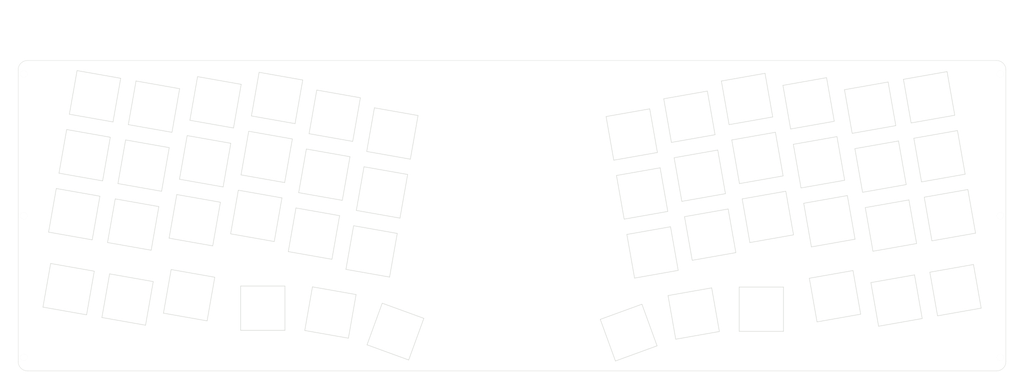
<source format=kicad_pcb>
(kicad_pcb (version 20171130) (host pcbnew "(5.1.10)-1")

  (general
    (thickness 1.6)
    (drawings 50)
    (tracks 0)
    (zones 0)
    (modules 64)
    (nets 1)
  )

  (page A3)
  (layers
    (0 F.Cu signal)
    (31 B.Cu signal)
    (32 B.Adhes user)
    (33 F.Adhes user)
    (34 B.Paste user)
    (35 F.Paste user)
    (36 B.SilkS user)
    (37 F.SilkS user)
    (38 B.Mask user)
    (39 F.Mask user)
    (40 Dwgs.User user)
    (41 Cmts.User user)
    (42 Eco1.User user)
    (43 Eco2.User user)
    (44 Edge.Cuts user)
    (45 Margin user)
    (46 B.CrtYd user)
    (47 F.CrtYd user)
    (48 B.Fab user)
    (49 F.Fab user)
  )

  (setup
    (last_trace_width 0.25)
    (user_trace_width 0.5)
    (user_trace_width 0.5)
    (trace_clearance 0.2)
    (zone_clearance 0.508)
    (zone_45_only no)
    (trace_min 0.2)
    (via_size 0.8)
    (via_drill 0.4)
    (via_min_size 0.4)
    (via_min_drill 0.3)
    (uvia_size 0.3)
    (uvia_drill 0.1)
    (uvias_allowed no)
    (uvia_min_size 0.2)
    (uvia_min_drill 0.1)
    (edge_width 0.1)
    (segment_width 0.2)
    (pcb_text_width 0.3)
    (pcb_text_size 1.5 1.5)
    (mod_edge_width 0.15)
    (mod_text_size 1 1)
    (mod_text_width 0.15)
    (pad_size 2.2 2.2)
    (pad_drill 2.2)
    (pad_to_mask_clearance 0)
    (aux_axis_origin 0 0)
    (visible_elements 7FFFFFFF)
    (pcbplotparams
      (layerselection 0x01000_7ffffffe)
      (usegerberextensions true)
      (usegerberattributes false)
      (usegerberadvancedattributes false)
      (creategerberjobfile false)
      (excludeedgelayer true)
      (linewidth 0.100000)
      (plotframeref false)
      (viasonmask false)
      (mode 1)
      (useauxorigin false)
      (hpglpennumber 1)
      (hpglpenspeed 20)
      (hpglpendiameter 15.000000)
      (psnegative false)
      (psa4output false)
      (plotreference true)
      (plotvalue true)
      (plotinvisibletext false)
      (padsonsilk false)
      (subtractmaskfromsilk false)
      (outputformat 4)
      (mirror false)
      (drillshape 0)
      (scaleselection 1)
      (outputdirectory "C:/Users/サリチル酸/Desktop/"))
  )

  (net 0 "")

  (net_class Default "これはデフォルトのネット クラスです。"
    (clearance 0.2)
    (trace_width 0.25)
    (via_dia 0.8)
    (via_drill 0.4)
    (uvia_dia 0.3)
    (uvia_drill 0.1)
  )

  (module kbd_SW_Hole:SW_Hole_1u (layer F.Cu) (tedit 60F58A59) (tstamp 61C916B7)
    (at 274.23727 92.271079 10)
    (path /5C3DCE96)
    (fp_text reference SW40 (at 7 8.1 10) (layer F.SilkS) hide
      (effects (font (size 1 1) (thickness 0.15)))
    )
    (fp_text value SW_PUSH (at -7.4 -8.1 10) (layer F.Fab) hide
      (effects (font (size 1 1) (thickness 0.15)))
    )
    (fp_line (start 9.525 9.525) (end 9.525 -9.525) (layer F.Fab) (width 0.15))
    (fp_line (start -9.525 9.525) (end 9.525 9.525) (layer F.Fab) (width 0.15))
    (fp_line (start -9.525 -9.525) (end -9.525 9.525) (layer F.Fab) (width 0.15))
    (fp_line (start 9.525 -9.525) (end -9.525 -9.525) (layer F.Fab) (width 0.15))
    (fp_line (start -7.05 7.05) (end -7.05 -7.05) (layer Edge.Cuts) (width 0.15))
    (fp_line (start 7.05 7.05) (end -7.05 7.05) (layer Edge.Cuts) (width 0.15))
    (fp_line (start 7.05 -7.05) (end 7.05 7.05) (layer Edge.Cuts) (width 0.15))
    (fp_line (start -7.05 -7.05) (end 7.05 -7.05) (layer Edge.Cuts) (width 0.15))
  )

  (module kbd_SW_Hole:SW_Hole_1u (layer F.Cu) (tedit 60F58A59) (tstamp 61C91695)
    (at 293.824857 93.653228 10)
    (path /5C3DCE96)
    (fp_text reference SW44 (at 7 8.1 10) (layer F.SilkS) hide
      (effects (font (size 1 1) (thickness 0.15)))
    )
    (fp_text value SW_PUSH (at -7.4 -8.1 10) (layer F.Fab) hide
      (effects (font (size 1 1) (thickness 0.15)))
    )
    (fp_line (start -7.05 -7.05) (end 7.05 -7.05) (layer Edge.Cuts) (width 0.15))
    (fp_line (start 7.05 -7.05) (end 7.05 7.05) (layer Edge.Cuts) (width 0.15))
    (fp_line (start 7.05 7.05) (end -7.05 7.05) (layer Edge.Cuts) (width 0.15))
    (fp_line (start -7.05 7.05) (end -7.05 -7.05) (layer Edge.Cuts) (width 0.15))
    (fp_line (start 9.525 -9.525) (end -9.525 -9.525) (layer F.Fab) (width 0.15))
    (fp_line (start -9.525 -9.525) (end -9.525 9.525) (layer F.Fab) (width 0.15))
    (fp_line (start -9.525 9.525) (end 9.525 9.525) (layer F.Fab) (width 0.15))
    (fp_line (start 9.525 9.525) (end 9.525 -9.525) (layer F.Fab) (width 0.15))
  )

  (module kbd_SW_Hole:SW_Hole_1u (layer F.Cu) (tedit 60F58A59) (tstamp 61C9168A)
    (at 312.585445 90.34523 10)
    (path /5C3DCE96)
    (fp_text reference SW48 (at 7 8.1 10) (layer F.SilkS) hide
      (effects (font (size 1 1) (thickness 0.15)))
    )
    (fp_text value SW_PUSH (at -7.4 -8.1 10) (layer F.Fab) hide
      (effects (font (size 1 1) (thickness 0.15)))
    )
    (fp_line (start -7.05 -7.05) (end 7.05 -7.05) (layer Edge.Cuts) (width 0.15))
    (fp_line (start 7.05 -7.05) (end 7.05 7.05) (layer Edge.Cuts) (width 0.15))
    (fp_line (start 7.05 7.05) (end -7.05 7.05) (layer Edge.Cuts) (width 0.15))
    (fp_line (start -7.05 7.05) (end -7.05 -7.05) (layer Edge.Cuts) (width 0.15))
    (fp_line (start 9.525 -9.525) (end -9.525 -9.525) (layer F.Fab) (width 0.15))
    (fp_line (start -9.525 -9.525) (end -9.525 9.525) (layer F.Fab) (width 0.15))
    (fp_line (start -9.525 9.525) (end 9.525 9.525) (layer F.Fab) (width 0.15))
    (fp_line (start 9.525 9.525) (end 9.525 -9.525) (layer F.Fab) (width 0.15))
  )

  (module kbd_SW_Hole:SW_Hole_1u (layer F.Cu) (tedit 60F58A59) (tstamp 61C9163B)
    (at 49.099423 93.331552 350)
    (path /5C3DCE96)
    (fp_text reference SW8 (at 7 8.1 170) (layer F.SilkS) hide
      (effects (font (size 1 1) (thickness 0.15)))
    )
    (fp_text value SW_PUSH (at -7.4 -8.1 170) (layer F.Fab) hide
      (effects (font (size 1 1) (thickness 0.15)))
    )
    (fp_line (start 9.525 9.525) (end 9.525 -9.525) (layer F.Fab) (width 0.15))
    (fp_line (start -9.525 9.525) (end 9.525 9.525) (layer F.Fab) (width 0.15))
    (fp_line (start -9.525 -9.525) (end -9.525 9.525) (layer F.Fab) (width 0.15))
    (fp_line (start 9.525 -9.525) (end -9.525 -9.525) (layer F.Fab) (width 0.15))
    (fp_line (start -7.05 7.05) (end -7.05 -7.05) (layer Edge.Cuts) (width 0.15))
    (fp_line (start 7.05 7.05) (end -7.05 7.05) (layer Edge.Cuts) (width 0.15))
    (fp_line (start 7.05 -7.05) (end 7.05 7.05) (layer Edge.Cuts) (width 0.15))
    (fp_line (start -7.05 -7.05) (end 7.05 -7.05) (layer Edge.Cuts) (width 0.15))
  )

  (module kbd_SW_Hole:SW_Hole_1u (layer F.Cu) (tedit 60F58A59) (tstamp 61C91630)
    (at 30.338835 90.023553 350)
    (path /5C3DCE96)
    (fp_text reference SW4 (at 7 8.1 170) (layer F.SilkS) hide
      (effects (font (size 1 1) (thickness 0.15)))
    )
    (fp_text value SW_PUSH (at -7.4 -8.1 170) (layer F.Fab) hide
      (effects (font (size 1 1) (thickness 0.15)))
    )
    (fp_line (start 9.525 9.525) (end 9.525 -9.525) (layer F.Fab) (width 0.15))
    (fp_line (start -9.525 9.525) (end 9.525 9.525) (layer F.Fab) (width 0.15))
    (fp_line (start -9.525 -9.525) (end -9.525 9.525) (layer F.Fab) (width 0.15))
    (fp_line (start 9.525 -9.525) (end -9.525 -9.525) (layer F.Fab) (width 0.15))
    (fp_line (start -7.05 7.05) (end -7.05 -7.05) (layer Edge.Cuts) (width 0.15))
    (fp_line (start 7.05 7.05) (end -7.05 7.05) (layer Edge.Cuts) (width 0.15))
    (fp_line (start 7.05 -7.05) (end 7.05 7.05) (layer Edge.Cuts) (width 0.15))
    (fp_line (start -7.05 -7.05) (end 7.05 -7.05) (layer Edge.Cuts) (width 0.15))
  )

  (module kbd_SW_Hole:SW_Hole_1u (layer F.Cu) (tedit 60F58A59) (tstamp 61C91625)
    (at 68.68701 91.949403 350)
    (path /5C3DCE96)
    (fp_text reference SW12 (at 7 8.1 170) (layer F.SilkS) hide
      (effects (font (size 1 1) (thickness 0.15)))
    )
    (fp_text value SW_PUSH (at -7.4 -8.1 170) (layer F.Fab) hide
      (effects (font (size 1 1) (thickness 0.15)))
    )
    (fp_line (start 9.525 9.525) (end 9.525 -9.525) (layer F.Fab) (width 0.15))
    (fp_line (start -9.525 9.525) (end 9.525 9.525) (layer F.Fab) (width 0.15))
    (fp_line (start -9.525 -9.525) (end -9.525 9.525) (layer F.Fab) (width 0.15))
    (fp_line (start 9.525 -9.525) (end -9.525 -9.525) (layer F.Fab) (width 0.15))
    (fp_line (start -7.05 7.05) (end -7.05 -7.05) (layer Edge.Cuts) (width 0.15))
    (fp_line (start 7.05 7.05) (end -7.05 7.05) (layer Edge.Cuts) (width 0.15))
    (fp_line (start 7.05 -7.05) (end 7.05 7.05) (layer Edge.Cuts) (width 0.15))
    (fp_line (start -7.05 -7.05) (end 7.05 -7.05) (layer Edge.Cuts) (width 0.15))
  )

  (module kbd_SW_Hole:SW_Hole_1u (layer F.Cu) (tedit 60F58A59) (tstamp 61C90190)
    (at 229.267375 97.7825 10)
    (path /5C3DCE96)
    (fp_text reference SW32 (at 7 8.1 10) (layer F.SilkS) hide
      (effects (font (size 1 1) (thickness 0.15)))
    )
    (fp_text value SW_PUSH (at -7.4 -8.1 10) (layer F.Fab) hide
      (effects (font (size 1 1) (thickness 0.15)))
    )
    (fp_line (start -7.05 -7.05) (end 7.05 -7.05) (layer Edge.Cuts) (width 0.15))
    (fp_line (start 7.05 -7.05) (end 7.05 7.05) (layer Edge.Cuts) (width 0.15))
    (fp_line (start 7.05 7.05) (end -7.05 7.05) (layer Edge.Cuts) (width 0.15))
    (fp_line (start -7.05 7.05) (end -7.05 -7.05) (layer Edge.Cuts) (width 0.15))
    (fp_line (start 9.525 -9.525) (end -9.525 -9.525) (layer F.Fab) (width 0.15))
    (fp_line (start -9.525 -9.525) (end -9.525 9.525) (layer F.Fab) (width 0.15))
    (fp_line (start -9.525 9.525) (end 9.525 9.525) (layer F.Fab) (width 0.15))
    (fp_line (start 9.525 9.525) (end 9.525 -9.525) (layer F.Fab) (width 0.15))
  )

  (module kbd_SW_Hole:SW_Hole_1u (layer F.Cu) (tedit 60F58A59) (tstamp 61C9016F)
    (at 250.786535 96.406076)
    (path /5C3DCE96)
    (fp_text reference SW36 (at 7 8.1) (layer F.SilkS) hide
      (effects (font (size 1 1) (thickness 0.15)))
    )
    (fp_text value SW_PUSH (at -7.4 -8.1) (layer F.Fab) hide
      (effects (font (size 1 1) (thickness 0.15)))
    )
    (fp_line (start -7.05 -7.05) (end 7.05 -7.05) (layer Edge.Cuts) (width 0.15))
    (fp_line (start 7.05 -7.05) (end 7.05 7.05) (layer Edge.Cuts) (width 0.15))
    (fp_line (start 7.05 7.05) (end -7.05 7.05) (layer Edge.Cuts) (width 0.15))
    (fp_line (start -7.05 7.05) (end -7.05 -7.05) (layer Edge.Cuts) (width 0.15))
    (fp_line (start 9.525 -9.525) (end -9.525 -9.525) (layer F.Fab) (width 0.15))
    (fp_line (start -9.525 -9.525) (end -9.525 9.525) (layer F.Fab) (width 0.15))
    (fp_line (start -9.525 9.525) (end 9.525 9.525) (layer F.Fab) (width 0.15))
    (fp_line (start 9.525 9.525) (end 9.525 -9.525) (layer F.Fab) (width 0.15))
  )

  (module kbd_SW_Hole:SW_Hole_1u (layer F.Cu) (tedit 60F58A59) (tstamp 61C90164)
    (at 208.575213 103.849071 20)
    (path /5C3DCE96)
    (fp_text reference SW28 (at 7 8.1 20) (layer F.SilkS) hide
      (effects (font (size 1 1) (thickness 0.15)))
    )
    (fp_text value SW_PUSH (at -7.4 -8.1 20) (layer F.Fab) hide
      (effects (font (size 1 1) (thickness 0.15)))
    )
    (fp_line (start -7.05 -7.05) (end 7.05 -7.05) (layer Edge.Cuts) (width 0.15))
    (fp_line (start 7.05 -7.05) (end 7.05 7.05) (layer Edge.Cuts) (width 0.15))
    (fp_line (start 7.05 7.05) (end -7.05 7.05) (layer Edge.Cuts) (width 0.15))
    (fp_line (start -7.05 7.05) (end -7.05 -7.05) (layer Edge.Cuts) (width 0.15))
    (fp_line (start 9.525 -9.525) (end -9.525 -9.525) (layer F.Fab) (width 0.15))
    (fp_line (start -9.525 -9.525) (end -9.525 9.525) (layer F.Fab) (width 0.15))
    (fp_line (start -9.525 9.525) (end 9.525 9.525) (layer F.Fab) (width 0.15))
    (fp_line (start 9.525 9.525) (end 9.525 -9.525) (layer F.Fab) (width 0.15))
  )

  (module kbd_SW_Hole:SW_Hole_1u (layer F.Cu) (tedit 60F58A59) (tstamp 61C9010C)
    (at 234.512671 72.677766 10)
    (path /5C3DCE96)
    (fp_text reference SW31 (at 7 8.1 10) (layer F.SilkS) hide
      (effects (font (size 1 1) (thickness 0.15)))
    )
    (fp_text value SW_PUSH (at -7.4 -8.1 10) (layer F.Fab) hide
      (effects (font (size 1 1) (thickness 0.15)))
    )
    (fp_line (start 9.525 9.525) (end 9.525 -9.525) (layer F.Fab) (width 0.15))
    (fp_line (start -9.525 9.525) (end 9.525 9.525) (layer F.Fab) (width 0.15))
    (fp_line (start -9.525 -9.525) (end -9.525 9.525) (layer F.Fab) (width 0.15))
    (fp_line (start 9.525 -9.525) (end -9.525 -9.525) (layer F.Fab) (width 0.15))
    (fp_line (start -7.05 7.05) (end -7.05 -7.05) (layer Edge.Cuts) (width 0.15))
    (fp_line (start 7.05 7.05) (end -7.05 7.05) (layer Edge.Cuts) (width 0.15))
    (fp_line (start 7.05 -7.05) (end 7.05 7.05) (layer Edge.Cuts) (width 0.15))
    (fp_line (start -7.05 -7.05) (end 7.05 -7.05) (layer Edge.Cuts) (width 0.15))
  )

  (module kbd_SW_Hole:SW_Hole_1u (layer F.Cu) (tedit 60F58A59) (tstamp 61C90101)
    (at 272.447346 68.406844 10)
    (path /5C3DCE96)
    (fp_text reference SW39 (at 7 8.1 10) (layer F.SilkS) hide
      (effects (font (size 1 1) (thickness 0.15)))
    )
    (fp_text value SW_PUSH (at -7.4 -8.1 10) (layer F.Fab) hide
      (effects (font (size 1 1) (thickness 0.15)))
    )
    (fp_line (start 9.525 9.525) (end 9.525 -9.525) (layer F.Fab) (width 0.15))
    (fp_line (start -9.525 9.525) (end 9.525 9.525) (layer F.Fab) (width 0.15))
    (fp_line (start -9.525 -9.525) (end -9.525 9.525) (layer F.Fab) (width 0.15))
    (fp_line (start 9.525 -9.525) (end -9.525 -9.525) (layer F.Fab) (width 0.15))
    (fp_line (start -7.05 7.05) (end -7.05 -7.05) (layer Edge.Cuts) (width 0.15))
    (fp_line (start 7.05 7.05) (end -7.05 7.05) (layer Edge.Cuts) (width 0.15))
    (fp_line (start 7.05 -7.05) (end 7.05 7.05) (layer Edge.Cuts) (width 0.15))
    (fp_line (start -7.05 -7.05) (end 7.05 -7.05) (layer Edge.Cuts) (width 0.15))
  )

  (module kbd_SW_Hole:SW_Hole_1u (layer F.Cu) (tedit 60F58A59) (tstamp 61C900F6)
    (at 292.034933 69.788993 10)
    (path /5C3DCE96)
    (fp_text reference SW43 (at 7 8.1 10) (layer F.SilkS) hide
      (effects (font (size 1 1) (thickness 0.15)))
    )
    (fp_text value SW_PUSH (at -7.4 -8.1 10) (layer F.Fab) hide
      (effects (font (size 1 1) (thickness 0.15)))
    )
    (fp_line (start 9.525 9.525) (end 9.525 -9.525) (layer F.Fab) (width 0.15))
    (fp_line (start -9.525 9.525) (end 9.525 9.525) (layer F.Fab) (width 0.15))
    (fp_line (start -9.525 -9.525) (end -9.525 9.525) (layer F.Fab) (width 0.15))
    (fp_line (start 9.525 -9.525) (end -9.525 -9.525) (layer F.Fab) (width 0.15))
    (fp_line (start -7.05 7.05) (end -7.05 -7.05) (layer Edge.Cuts) (width 0.15))
    (fp_line (start 7.05 7.05) (end -7.05 7.05) (layer Edge.Cuts) (width 0.15))
    (fp_line (start 7.05 -7.05) (end 7.05 7.05) (layer Edge.Cuts) (width 0.15))
    (fp_line (start -7.05 -7.05) (end 7.05 -7.05) (layer Edge.Cuts) (width 0.15))
  )

  (module kbd_SW_Hole:SW_Hole_1u (layer F.Cu) (tedit 60F58A59) (tstamp 61C900EB)
    (at 252.859759 67.024695 10)
    (path /5C3DCE96)
    (fp_text reference SW35 (at 7 8.1 10) (layer F.SilkS) hide
      (effects (font (size 1 1) (thickness 0.15)))
    )
    (fp_text value SW_PUSH (at -7.4 -8.1 10) (layer F.Fab) hide
      (effects (font (size 1 1) (thickness 0.15)))
    )
    (fp_line (start 9.525 9.525) (end 9.525 -9.525) (layer F.Fab) (width 0.15))
    (fp_line (start -9.525 9.525) (end 9.525 9.525) (layer F.Fab) (width 0.15))
    (fp_line (start -9.525 -9.525) (end -9.525 9.525) (layer F.Fab) (width 0.15))
    (fp_line (start 9.525 -9.525) (end -9.525 -9.525) (layer F.Fab) (width 0.15))
    (fp_line (start -7.05 7.05) (end -7.05 -7.05) (layer Edge.Cuts) (width 0.15))
    (fp_line (start 7.05 7.05) (end -7.05 7.05) (layer Edge.Cuts) (width 0.15))
    (fp_line (start 7.05 -7.05) (end 7.05 7.05) (layer Edge.Cuts) (width 0.15))
    (fp_line (start -7.05 -7.05) (end 7.05 -7.05) (layer Edge.Cuts) (width 0.15))
  )

  (module kbd_SW_Hole:SW_Hole_1u (layer F.Cu) (tedit 60F58A59) (tstamp 61C900E0)
    (at 216.165583 78.330838 10)
    (path /5C3DCE96)
    (fp_text reference SW27 (at 7 8.1 10) (layer F.SilkS) hide
      (effects (font (size 1 1) (thickness 0.15)))
    )
    (fp_text value SW_PUSH (at -7.4 -8.1 10) (layer F.Fab) hide
      (effects (font (size 1 1) (thickness 0.15)))
    )
    (fp_line (start 9.525 9.525) (end 9.525 -9.525) (layer F.Fab) (width 0.15))
    (fp_line (start -9.525 9.525) (end 9.525 9.525) (layer F.Fab) (width 0.15))
    (fp_line (start -9.525 -9.525) (end -9.525 9.525) (layer F.Fab) (width 0.15))
    (fp_line (start 9.525 -9.525) (end -9.525 -9.525) (layer F.Fab) (width 0.15))
    (fp_line (start -7.05 7.05) (end -7.05 -7.05) (layer Edge.Cuts) (width 0.15))
    (fp_line (start 7.05 7.05) (end -7.05 7.05) (layer Edge.Cuts) (width 0.15))
    (fp_line (start 7.05 -7.05) (end 7.05 7.05) (layer Edge.Cuts) (width 0.15))
    (fp_line (start -7.05 -7.05) (end 7.05 -7.05) (layer Edge.Cuts) (width 0.15))
  )

  (module kbd_SW_Hole:SW_Hole_1u (layer F.Cu) (tedit 60F58A59) (tstamp 61C900D5)
    (at 310.795521 66.480996 10)
    (path /5C3DCE96)
    (fp_text reference SW47 (at 7 8.1 10) (layer F.SilkS) hide
      (effects (font (size 1 1) (thickness 0.15)))
    )
    (fp_text value SW_PUSH (at -7.4 -8.1 10) (layer F.Fab) hide
      (effects (font (size 1 1) (thickness 0.15)))
    )
    (fp_line (start 9.525 9.525) (end 9.525 -9.525) (layer F.Fab) (width 0.15))
    (fp_line (start -9.525 9.525) (end 9.525 9.525) (layer F.Fab) (width 0.15))
    (fp_line (start -9.525 -9.525) (end -9.525 9.525) (layer F.Fab) (width 0.15))
    (fp_line (start 9.525 -9.525) (end -9.525 -9.525) (layer F.Fab) (width 0.15))
    (fp_line (start -7.05 7.05) (end -7.05 -7.05) (layer Edge.Cuts) (width 0.15))
    (fp_line (start 7.05 7.05) (end -7.05 7.05) (layer Edge.Cuts) (width 0.15))
    (fp_line (start 7.05 -7.05) (end 7.05 7.05) (layer Edge.Cuts) (width 0.15))
    (fp_line (start -7.05 -7.05) (end 7.05 -7.05) (layer Edge.Cuts) (width 0.15))
  )

  (module kbd_SW_Hole:SW_Hole_1u (layer F.Cu) (tedit 60F58A59) (tstamp 61C90088)
    (at 269.139348 49.646257 10)
    (path /5C3DCE96)
    (fp_text reference SW38 (at 7 8.1 10) (layer F.SilkS) hide
      (effects (font (size 1 1) (thickness 0.15)))
    )
    (fp_text value SW_PUSH (at -7.4 -8.1 10) (layer F.Fab) hide
      (effects (font (size 1 1) (thickness 0.15)))
    )
    (fp_line (start -7.05 -7.05) (end 7.05 -7.05) (layer Edge.Cuts) (width 0.15))
    (fp_line (start 7.05 -7.05) (end 7.05 7.05) (layer Edge.Cuts) (width 0.15))
    (fp_line (start 7.05 7.05) (end -7.05 7.05) (layer Edge.Cuts) (width 0.15))
    (fp_line (start -7.05 7.05) (end -7.05 -7.05) (layer Edge.Cuts) (width 0.15))
    (fp_line (start 9.525 -9.525) (end -9.525 -9.525) (layer F.Fab) (width 0.15))
    (fp_line (start -9.525 -9.525) (end -9.525 9.525) (layer F.Fab) (width 0.15))
    (fp_line (start -9.525 9.525) (end 9.525 9.525) (layer F.Fab) (width 0.15))
    (fp_line (start 9.525 9.525) (end 9.525 -9.525) (layer F.Fab) (width 0.15))
  )

  (module kbd_SW_Hole:SW_Hole_1u (layer F.Cu) (tedit 60F58A59) (tstamp 61C9007D)
    (at 288.726936 51.028406 10)
    (path /5C3DCE96)
    (fp_text reference SW42 (at 7 8.1 10) (layer F.SilkS) hide
      (effects (font (size 1 1) (thickness 0.15)))
    )
    (fp_text value SW_PUSH (at -7.4 -8.1 10) (layer F.Fab) hide
      (effects (font (size 1 1) (thickness 0.15)))
    )
    (fp_line (start -7.05 -7.05) (end 7.05 -7.05) (layer Edge.Cuts) (width 0.15))
    (fp_line (start 7.05 -7.05) (end 7.05 7.05) (layer Edge.Cuts) (width 0.15))
    (fp_line (start 7.05 7.05) (end -7.05 7.05) (layer Edge.Cuts) (width 0.15))
    (fp_line (start -7.05 7.05) (end -7.05 -7.05) (layer Edge.Cuts) (width 0.15))
    (fp_line (start 9.525 -9.525) (end -9.525 -9.525) (layer F.Fab) (width 0.15))
    (fp_line (start -9.525 -9.525) (end -9.525 9.525) (layer F.Fab) (width 0.15))
    (fp_line (start -9.525 9.525) (end 9.525 9.525) (layer F.Fab) (width 0.15))
    (fp_line (start 9.525 9.525) (end 9.525 -9.525) (layer F.Fab) (width 0.15))
  )

  (module kbd_SW_Hole:SW_Hole_1u (layer F.Cu) (tedit 60F58A59) (tstamp 61C90072)
    (at 231.204673 53.917179 10)
    (path /5C3DCE96)
    (fp_text reference SW30 (at 7 8.1 10) (layer F.SilkS) hide
      (effects (font (size 1 1) (thickness 0.15)))
    )
    (fp_text value SW_PUSH (at -7.4 -8.1 10) (layer F.Fab) hide
      (effects (font (size 1 1) (thickness 0.15)))
    )
    (fp_line (start -7.05 -7.05) (end 7.05 -7.05) (layer Edge.Cuts) (width 0.15))
    (fp_line (start 7.05 -7.05) (end 7.05 7.05) (layer Edge.Cuts) (width 0.15))
    (fp_line (start 7.05 7.05) (end -7.05 7.05) (layer Edge.Cuts) (width 0.15))
    (fp_line (start -7.05 7.05) (end -7.05 -7.05) (layer Edge.Cuts) (width 0.15))
    (fp_line (start 9.525 -9.525) (end -9.525 -9.525) (layer F.Fab) (width 0.15))
    (fp_line (start -9.525 -9.525) (end -9.525 9.525) (layer F.Fab) (width 0.15))
    (fp_line (start -9.525 9.525) (end 9.525 9.525) (layer F.Fab) (width 0.15))
    (fp_line (start 9.525 9.525) (end 9.525 -9.525) (layer F.Fab) (width 0.15))
  )

  (module kbd_SW_Hole:SW_Hole_1u (layer F.Cu) (tedit 60F58A59) (tstamp 61C90067)
    (at 249.551761 48.264107 10)
    (path /5C3DCE96)
    (fp_text reference SW34 (at 7 8.1 10) (layer F.SilkS) hide
      (effects (font (size 1 1) (thickness 0.15)))
    )
    (fp_text value SW_PUSH (at -7.4 -8.1 10) (layer F.Fab) hide
      (effects (font (size 1 1) (thickness 0.15)))
    )
    (fp_line (start -7.05 -7.05) (end 7.05 -7.05) (layer Edge.Cuts) (width 0.15))
    (fp_line (start 7.05 -7.05) (end 7.05 7.05) (layer Edge.Cuts) (width 0.15))
    (fp_line (start 7.05 7.05) (end -7.05 7.05) (layer Edge.Cuts) (width 0.15))
    (fp_line (start -7.05 7.05) (end -7.05 -7.05) (layer Edge.Cuts) (width 0.15))
    (fp_line (start 9.525 -9.525) (end -9.525 -9.525) (layer F.Fab) (width 0.15))
    (fp_line (start -9.525 -9.525) (end -9.525 9.525) (layer F.Fab) (width 0.15))
    (fp_line (start -9.525 9.525) (end 9.525 9.525) (layer F.Fab) (width 0.15))
    (fp_line (start 9.525 9.525) (end 9.525 -9.525) (layer F.Fab) (width 0.15))
  )

  (module kbd_SW_Hole:SW_Hole_1u (layer F.Cu) (tedit 60F58A59) (tstamp 61C9005C)
    (at 212.857585 59.57025 10)
    (path /5C3DCE96)
    (fp_text reference SW26 (at 7 8.1 10) (layer F.SilkS) hide
      (effects (font (size 1 1) (thickness 0.15)))
    )
    (fp_text value SW_PUSH (at -7.4 -8.1 10) (layer F.Fab) hide
      (effects (font (size 1 1) (thickness 0.15)))
    )
    (fp_line (start -7.05 -7.05) (end 7.05 -7.05) (layer Edge.Cuts) (width 0.15))
    (fp_line (start 7.05 -7.05) (end 7.05 7.05) (layer Edge.Cuts) (width 0.15))
    (fp_line (start 7.05 7.05) (end -7.05 7.05) (layer Edge.Cuts) (width 0.15))
    (fp_line (start -7.05 7.05) (end -7.05 -7.05) (layer Edge.Cuts) (width 0.15))
    (fp_line (start 9.525 -9.525) (end -9.525 -9.525) (layer F.Fab) (width 0.15))
    (fp_line (start -9.525 -9.525) (end -9.525 9.525) (layer F.Fab) (width 0.15))
    (fp_line (start -9.525 9.525) (end 9.525 9.525) (layer F.Fab) (width 0.15))
    (fp_line (start 9.525 9.525) (end 9.525 -9.525) (layer F.Fab) (width 0.15))
  )

  (module kbd_SW_Hole:SW_Hole_1u (layer F.Cu) (tedit 60F58A59) (tstamp 61C90051)
    (at 307.487523 47.720408 10)
    (path /5C3DCE96)
    (fp_text reference SW46 (at 7 8.1 10) (layer F.SilkS) hide
      (effects (font (size 1 1) (thickness 0.15)))
    )
    (fp_text value SW_PUSH (at -7.4 -8.1 10) (layer F.Fab) hide
      (effects (font (size 1 1) (thickness 0.15)))
    )
    (fp_line (start -7.05 -7.05) (end 7.05 -7.05) (layer Edge.Cuts) (width 0.15))
    (fp_line (start 7.05 -7.05) (end 7.05 7.05) (layer Edge.Cuts) (width 0.15))
    (fp_line (start 7.05 7.05) (end -7.05 7.05) (layer Edge.Cuts) (width 0.15))
    (fp_line (start -7.05 7.05) (end -7.05 -7.05) (layer Edge.Cuts) (width 0.15))
    (fp_line (start 9.525 -9.525) (end -9.525 -9.525) (layer F.Fab) (width 0.15))
    (fp_line (start -9.525 -9.525) (end -9.525 9.525) (layer F.Fab) (width 0.15))
    (fp_line (start -9.525 9.525) (end 9.525 9.525) (layer F.Fab) (width 0.15))
    (fp_line (start 9.525 9.525) (end 9.525 -9.525) (layer F.Fab) (width 0.15))
  )

  (module kbd_SW_Hole:SW_Hole_1u (layer F.Cu) (tedit 60F58A59) (tstamp 61C8B2C0)
    (at 134.349067 103.527395 340)
    (path /5C3DCE96)
    (fp_text reference SW24 (at 7 8.1 160) (layer F.SilkS) hide
      (effects (font (size 1 1) (thickness 0.15)))
    )
    (fp_text value SW_PUSH (at -7.4 -8.1 160) (layer F.Fab) hide
      (effects (font (size 1 1) (thickness 0.15)))
    )
    (fp_line (start -7.05 -7.05) (end 7.05 -7.05) (layer Edge.Cuts) (width 0.15))
    (fp_line (start 7.05 -7.05) (end 7.05 7.05) (layer Edge.Cuts) (width 0.15))
    (fp_line (start 7.05 7.05) (end -7.05 7.05) (layer Edge.Cuts) (width 0.15))
    (fp_line (start -7.05 7.05) (end -7.05 -7.05) (layer Edge.Cuts) (width 0.15))
    (fp_line (start 9.525 -9.525) (end -9.525 -9.525) (layer F.Fab) (width 0.15))
    (fp_line (start -9.525 -9.525) (end -9.525 9.525) (layer F.Fab) (width 0.15))
    (fp_line (start -9.525 9.525) (end 9.525 9.525) (layer F.Fab) (width 0.15))
    (fp_line (start 9.525 9.525) (end 9.525 -9.525) (layer F.Fab) (width 0.15))
  )

  (module kbd_SW_Hole:SW_Hole_1u (layer F.Cu) (tedit 60F58A59) (tstamp 61C8B2B5)
    (at 113.656906 97.460824 350)
    (path /5C3DCE96)
    (fp_text reference SW20 (at 7 8.1 170) (layer F.SilkS) hide
      (effects (font (size 1 1) (thickness 0.15)))
    )
    (fp_text value SW_PUSH (at -7.4 -8.1 170) (layer F.Fab) hide
      (effects (font (size 1 1) (thickness 0.15)))
    )
    (fp_line (start 9.525 9.525) (end 9.525 -9.525) (layer F.Fab) (width 0.15))
    (fp_line (start -9.525 9.525) (end 9.525 9.525) (layer F.Fab) (width 0.15))
    (fp_line (start -9.525 -9.525) (end -9.525 9.525) (layer F.Fab) (width 0.15))
    (fp_line (start 9.525 -9.525) (end -9.525 -9.525) (layer F.Fab) (width 0.15))
    (fp_line (start -7.05 7.05) (end -7.05 -7.05) (layer Edge.Cuts) (width 0.15))
    (fp_line (start 7.05 7.05) (end -7.05 7.05) (layer Edge.Cuts) (width 0.15))
    (fp_line (start 7.05 -7.05) (end 7.05 7.05) (layer Edge.Cuts) (width 0.15))
    (fp_line (start -7.05 -7.05) (end 7.05 -7.05) (layer Edge.Cuts) (width 0.15))
  )

  (module kbd_SW_Hole:SW_Hole_1u (layer F.Cu) (tedit 60F58A59) (tstamp 61C8B2AA)
    (at 92.137745 96.0844)
    (path /5C3DCE96)
    (fp_text reference SW16 (at 7 8.1) (layer F.SilkS) hide
      (effects (font (size 1 1) (thickness 0.15)))
    )
    (fp_text value SW_PUSH (at -7.4 -8.1) (layer F.Fab) hide
      (effects (font (size 1 1) (thickness 0.15)))
    )
    (fp_line (start 9.525 9.525) (end 9.525 -9.525) (layer F.Fab) (width 0.15))
    (fp_line (start -9.525 9.525) (end 9.525 9.525) (layer F.Fab) (width 0.15))
    (fp_line (start -9.525 -9.525) (end -9.525 9.525) (layer F.Fab) (width 0.15))
    (fp_line (start 9.525 -9.525) (end -9.525 -9.525) (layer F.Fab) (width 0.15))
    (fp_line (start -7.05 7.05) (end -7.05 -7.05) (layer Edge.Cuts) (width 0.15))
    (fp_line (start 7.05 7.05) (end -7.05 7.05) (layer Edge.Cuts) (width 0.15))
    (fp_line (start 7.05 -7.05) (end 7.05 7.05) (layer Edge.Cuts) (width 0.15))
    (fp_line (start -7.05 -7.05) (end 7.05 -7.05) (layer Edge.Cuts) (width 0.15))
  )

  (module kbd_SW_Hole:SW_Hole_1u (layer F.Cu) (tedit 60F58A59) (tstamp 61C8B25D)
    (at 108.411609 72.356091 350)
    (path /5C3DCE96)
    (fp_text reference SW19 (at 7 8.1 170) (layer F.SilkS) hide
      (effects (font (size 1 1) (thickness 0.15)))
    )
    (fp_text value SW_PUSH (at -7.4 -8.1 170) (layer F.Fab) hide
      (effects (font (size 1 1) (thickness 0.15)))
    )
    (fp_line (start -7.05 -7.05) (end 7.05 -7.05) (layer Edge.Cuts) (width 0.15))
    (fp_line (start 7.05 -7.05) (end 7.05 7.05) (layer Edge.Cuts) (width 0.15))
    (fp_line (start 7.05 7.05) (end -7.05 7.05) (layer Edge.Cuts) (width 0.15))
    (fp_line (start -7.05 7.05) (end -7.05 -7.05) (layer Edge.Cuts) (width 0.15))
    (fp_line (start 9.525 -9.525) (end -9.525 -9.525) (layer F.Fab) (width 0.15))
    (fp_line (start -9.525 -9.525) (end -9.525 9.525) (layer F.Fab) (width 0.15))
    (fp_line (start -9.525 9.525) (end 9.525 9.525) (layer F.Fab) (width 0.15))
    (fp_line (start 9.525 9.525) (end 9.525 -9.525) (layer F.Fab) (width 0.15))
  )

  (module kbd_SW_Hole:SW_Hole_1u (layer F.Cu) (tedit 60F58A59) (tstamp 61C8B252)
    (at 90.064521 66.70302 350)
    (path /5C3DCE96)
    (fp_text reference SW15 (at 7 8.1 170) (layer F.SilkS) hide
      (effects (font (size 1 1) (thickness 0.15)))
    )
    (fp_text value SW_PUSH (at -7.4 -8.1 170) (layer F.Fab) hide
      (effects (font (size 1 1) (thickness 0.15)))
    )
    (fp_line (start -7.05 -7.05) (end 7.05 -7.05) (layer Edge.Cuts) (width 0.15))
    (fp_line (start 7.05 -7.05) (end 7.05 7.05) (layer Edge.Cuts) (width 0.15))
    (fp_line (start 7.05 7.05) (end -7.05 7.05) (layer Edge.Cuts) (width 0.15))
    (fp_line (start -7.05 7.05) (end -7.05 -7.05) (layer Edge.Cuts) (width 0.15))
    (fp_line (start 9.525 -9.525) (end -9.525 -9.525) (layer F.Fab) (width 0.15))
    (fp_line (start -9.525 -9.525) (end -9.525 9.525) (layer F.Fab) (width 0.15))
    (fp_line (start -9.525 9.525) (end 9.525 9.525) (layer F.Fab) (width 0.15))
    (fp_line (start 9.525 9.525) (end 9.525 -9.525) (layer F.Fab) (width 0.15))
  )

  (module kbd_SW_Hole:SW_Hole_1u (layer F.Cu) (tedit 60F58A59) (tstamp 61C8B247)
    (at 50.889347 69.467318 350)
    (path /5C3DCE96)
    (fp_text reference SW7 (at 7 8.1 170) (layer F.SilkS) hide
      (effects (font (size 1 1) (thickness 0.15)))
    )
    (fp_text value SW_PUSH (at -7.4 -8.1 170) (layer F.Fab) hide
      (effects (font (size 1 1) (thickness 0.15)))
    )
    (fp_line (start -7.05 -7.05) (end 7.05 -7.05) (layer Edge.Cuts) (width 0.15))
    (fp_line (start 7.05 -7.05) (end 7.05 7.05) (layer Edge.Cuts) (width 0.15))
    (fp_line (start 7.05 7.05) (end -7.05 7.05) (layer Edge.Cuts) (width 0.15))
    (fp_line (start -7.05 7.05) (end -7.05 -7.05) (layer Edge.Cuts) (width 0.15))
    (fp_line (start 9.525 -9.525) (end -9.525 -9.525) (layer F.Fab) (width 0.15))
    (fp_line (start -9.525 -9.525) (end -9.525 9.525) (layer F.Fab) (width 0.15))
    (fp_line (start -9.525 9.525) (end 9.525 9.525) (layer F.Fab) (width 0.15))
    (fp_line (start 9.525 9.525) (end 9.525 -9.525) (layer F.Fab) (width 0.15))
  )

  (module kbd_SW_Hole:SW_Hole_1u (layer F.Cu) (tedit 60F58A59) (tstamp 61C8B23C)
    (at 32.128759 66.159319 350)
    (path /5C3DCE96)
    (fp_text reference SW3 (at 7 8.1 170) (layer F.SilkS) hide
      (effects (font (size 1 1) (thickness 0.15)))
    )
    (fp_text value SW_PUSH (at -7.4 -8.1 170) (layer F.Fab) hide
      (effects (font (size 1 1) (thickness 0.15)))
    )
    (fp_line (start -7.05 -7.05) (end 7.05 -7.05) (layer Edge.Cuts) (width 0.15))
    (fp_line (start 7.05 -7.05) (end 7.05 7.05) (layer Edge.Cuts) (width 0.15))
    (fp_line (start 7.05 7.05) (end -7.05 7.05) (layer Edge.Cuts) (width 0.15))
    (fp_line (start -7.05 7.05) (end -7.05 -7.05) (layer Edge.Cuts) (width 0.15))
    (fp_line (start 9.525 -9.525) (end -9.525 -9.525) (layer F.Fab) (width 0.15))
    (fp_line (start -9.525 -9.525) (end -9.525 9.525) (layer F.Fab) (width 0.15))
    (fp_line (start -9.525 9.525) (end 9.525 9.525) (layer F.Fab) (width 0.15))
    (fp_line (start 9.525 9.525) (end 9.525 -9.525) (layer F.Fab) (width 0.15))
  )

  (module kbd_SW_Hole:SW_Hole_1u (layer F.Cu) (tedit 60F58A59) (tstamp 61C8B231)
    (at 70.476934 68.085169 350)
    (path /5C3DCE96)
    (fp_text reference SW11 (at 7 8.1 170) (layer F.SilkS) hide
      (effects (font (size 1 1) (thickness 0.15)))
    )
    (fp_text value SW_PUSH (at -7.4 -8.1 170) (layer F.Fab) hide
      (effects (font (size 1 1) (thickness 0.15)))
    )
    (fp_line (start -7.05 -7.05) (end 7.05 -7.05) (layer Edge.Cuts) (width 0.15))
    (fp_line (start 7.05 -7.05) (end 7.05 7.05) (layer Edge.Cuts) (width 0.15))
    (fp_line (start 7.05 7.05) (end -7.05 7.05) (layer Edge.Cuts) (width 0.15))
    (fp_line (start -7.05 7.05) (end -7.05 -7.05) (layer Edge.Cuts) (width 0.15))
    (fp_line (start 9.525 -9.525) (end -9.525 -9.525) (layer F.Fab) (width 0.15))
    (fp_line (start -9.525 -9.525) (end -9.525 9.525) (layer F.Fab) (width 0.15))
    (fp_line (start -9.525 9.525) (end 9.525 9.525) (layer F.Fab) (width 0.15))
    (fp_line (start 9.525 9.525) (end 9.525 -9.525) (layer F.Fab) (width 0.15))
  )

  (module kbd_SW_Hole:SW_Hole_1u (layer F.Cu) (tedit 60F58A59) (tstamp 61C8B226)
    (at 126.758697 78.009161 350)
    (path /5C3DCE96)
    (fp_text reference SW23 (at 7 8.1 170) (layer F.SilkS) hide
      (effects (font (size 1 1) (thickness 0.15)))
    )
    (fp_text value SW_PUSH (at -7.4 -8.1 170) (layer F.Fab) hide
      (effects (font (size 1 1) (thickness 0.15)))
    )
    (fp_line (start -7.05 -7.05) (end 7.05 -7.05) (layer Edge.Cuts) (width 0.15))
    (fp_line (start 7.05 -7.05) (end 7.05 7.05) (layer Edge.Cuts) (width 0.15))
    (fp_line (start 7.05 7.05) (end -7.05 7.05) (layer Edge.Cuts) (width 0.15))
    (fp_line (start -7.05 7.05) (end -7.05 -7.05) (layer Edge.Cuts) (width 0.15))
    (fp_line (start 9.525 -9.525) (end -9.525 -9.525) (layer F.Fab) (width 0.15))
    (fp_line (start -9.525 -9.525) (end -9.525 9.525) (layer F.Fab) (width 0.15))
    (fp_line (start -9.525 9.525) (end 9.525 9.525) (layer F.Fab) (width 0.15))
    (fp_line (start 9.525 9.525) (end 9.525 -9.525) (layer F.Fab) (width 0.15))
  )

  (module kbd_SW_Hole:SW_Hole_1u (layer F.Cu) (tedit 60F58A59) (tstamp 61C8B1D9)
    (at 35.436757 47.398733 350)
    (path /5C3DCE96)
    (fp_text reference SW2 (at 7 8.1 170) (layer F.SilkS) hide
      (effects (font (size 1 1) (thickness 0.15)))
    )
    (fp_text value SW_PUSH (at -7.4 -8.1 170) (layer F.Fab) hide
      (effects (font (size 1 1) (thickness 0.15)))
    )
    (fp_line (start 9.525 9.525) (end 9.525 -9.525) (layer F.Fab) (width 0.15))
    (fp_line (start -9.525 9.525) (end 9.525 9.525) (layer F.Fab) (width 0.15))
    (fp_line (start -9.525 -9.525) (end -9.525 9.525) (layer F.Fab) (width 0.15))
    (fp_line (start 9.525 -9.525) (end -9.525 -9.525) (layer F.Fab) (width 0.15))
    (fp_line (start -7.05 7.05) (end -7.05 -7.05) (layer Edge.Cuts) (width 0.15))
    (fp_line (start 7.05 7.05) (end -7.05 7.05) (layer Edge.Cuts) (width 0.15))
    (fp_line (start 7.05 -7.05) (end 7.05 7.05) (layer Edge.Cuts) (width 0.15))
    (fp_line (start -7.05 -7.05) (end 7.05 -7.05) (layer Edge.Cuts) (width 0.15))
  )

  (module kbd_SW_Hole:SW_Hole_1u (layer F.Cu) (tedit 60F58A59) (tstamp 61C8B1CE)
    (at 54.197345 50.70673 350)
    (path /5C3DCE96)
    (fp_text reference SW6 (at 7 8.1 170) (layer F.SilkS) hide
      (effects (font (size 1 1) (thickness 0.15)))
    )
    (fp_text value SW_PUSH (at -7.4 -8.1 170) (layer F.Fab) hide
      (effects (font (size 1 1) (thickness 0.15)))
    )
    (fp_line (start 9.525 9.525) (end 9.525 -9.525) (layer F.Fab) (width 0.15))
    (fp_line (start -9.525 9.525) (end 9.525 9.525) (layer F.Fab) (width 0.15))
    (fp_line (start -9.525 -9.525) (end -9.525 9.525) (layer F.Fab) (width 0.15))
    (fp_line (start 9.525 -9.525) (end -9.525 -9.525) (layer F.Fab) (width 0.15))
    (fp_line (start -7.05 7.05) (end -7.05 -7.05) (layer Edge.Cuts) (width 0.15))
    (fp_line (start 7.05 7.05) (end -7.05 7.05) (layer Edge.Cuts) (width 0.15))
    (fp_line (start 7.05 -7.05) (end 7.05 7.05) (layer Edge.Cuts) (width 0.15))
    (fp_line (start -7.05 -7.05) (end 7.05 -7.05) (layer Edge.Cuts) (width 0.15))
  )

  (module kbd_SW_Hole:SW_Hole_1u (layer F.Cu) (tedit 60F58A59) (tstamp 61C8B1C3)
    (at 93.372519 47.942432 350)
    (path /5C3DCE96)
    (fp_text reference SW14 (at 7 8.1 170) (layer F.SilkS) hide
      (effects (font (size 1 1) (thickness 0.15)))
    )
    (fp_text value SW_PUSH (at -7.4 -8.1 170) (layer F.Fab) hide
      (effects (font (size 1 1) (thickness 0.15)))
    )
    (fp_line (start 9.525 9.525) (end 9.525 -9.525) (layer F.Fab) (width 0.15))
    (fp_line (start -9.525 9.525) (end 9.525 9.525) (layer F.Fab) (width 0.15))
    (fp_line (start -9.525 -9.525) (end -9.525 9.525) (layer F.Fab) (width 0.15))
    (fp_line (start 9.525 -9.525) (end -9.525 -9.525) (layer F.Fab) (width 0.15))
    (fp_line (start -7.05 7.05) (end -7.05 -7.05) (layer Edge.Cuts) (width 0.15))
    (fp_line (start 7.05 7.05) (end -7.05 7.05) (layer Edge.Cuts) (width 0.15))
    (fp_line (start 7.05 -7.05) (end 7.05 7.05) (layer Edge.Cuts) (width 0.15))
    (fp_line (start -7.05 -7.05) (end 7.05 -7.05) (layer Edge.Cuts) (width 0.15))
  )

  (module kbd_SW_Hole:SW_Hole_1u (layer F.Cu) (tedit 60F58A59) (tstamp 61C8B1B8)
    (at 73.784932 49.32458 350)
    (path /5C3DCE96)
    (fp_text reference SW10 (at 7 8.1 170) (layer F.SilkS) hide
      (effects (font (size 1 1) (thickness 0.15)))
    )
    (fp_text value SW_PUSH (at -7.4 -8.1 170) (layer F.Fab) hide
      (effects (font (size 1 1) (thickness 0.15)))
    )
    (fp_line (start 9.525 9.525) (end 9.525 -9.525) (layer F.Fab) (width 0.15))
    (fp_line (start -9.525 9.525) (end 9.525 9.525) (layer F.Fab) (width 0.15))
    (fp_line (start -9.525 -9.525) (end -9.525 9.525) (layer F.Fab) (width 0.15))
    (fp_line (start 9.525 -9.525) (end -9.525 -9.525) (layer F.Fab) (width 0.15))
    (fp_line (start -7.05 7.05) (end -7.05 -7.05) (layer Edge.Cuts) (width 0.15))
    (fp_line (start 7.05 7.05) (end -7.05 7.05) (layer Edge.Cuts) (width 0.15))
    (fp_line (start 7.05 -7.05) (end 7.05 7.05) (layer Edge.Cuts) (width 0.15))
    (fp_line (start -7.05 -7.05) (end 7.05 -7.05) (layer Edge.Cuts) (width 0.15))
  )

  (module kbd_SW_Hole:SW_Hole_1u (layer F.Cu) (tedit 60F58A59) (tstamp 61C8B1AD)
    (at 111.719607 53.595502 350)
    (path /5C3DCE96)
    (fp_text reference SW18 (at 7 8.1 170) (layer F.SilkS) hide
      (effects (font (size 1 1) (thickness 0.15)))
    )
    (fp_text value SW_PUSH (at -7.4 -8.1 170) (layer F.Fab) hide
      (effects (font (size 1 1) (thickness 0.15)))
    )
    (fp_line (start 9.525 9.525) (end 9.525 -9.525) (layer F.Fab) (width 0.15))
    (fp_line (start -9.525 9.525) (end 9.525 9.525) (layer F.Fab) (width 0.15))
    (fp_line (start -9.525 -9.525) (end -9.525 9.525) (layer F.Fab) (width 0.15))
    (fp_line (start 9.525 -9.525) (end -9.525 -9.525) (layer F.Fab) (width 0.15))
    (fp_line (start -7.05 7.05) (end -7.05 -7.05) (layer Edge.Cuts) (width 0.15))
    (fp_line (start 7.05 7.05) (end -7.05 7.05) (layer Edge.Cuts) (width 0.15))
    (fp_line (start 7.05 -7.05) (end 7.05 7.05) (layer Edge.Cuts) (width 0.15))
    (fp_line (start -7.05 -7.05) (end 7.05 -7.05) (layer Edge.Cuts) (width 0.15))
  )

  (module kbd_SW_Hole:SW_Hole_1u (layer F.Cu) (tedit 60F58A59) (tstamp 61C8B1A2)
    (at 130.066695 59.248575 350)
    (path /5C3DCE96)
    (fp_text reference SW22 (at 7 8.1 170) (layer F.SilkS) hide
      (effects (font (size 1 1) (thickness 0.15)))
    )
    (fp_text value SW_PUSH (at -7.4 -8.1 170) (layer F.Fab) hide
      (effects (font (size 1 1) (thickness 0.15)))
    )
    (fp_line (start 9.525 9.525) (end 9.525 -9.525) (layer F.Fab) (width 0.15))
    (fp_line (start -9.525 9.525) (end 9.525 9.525) (layer F.Fab) (width 0.15))
    (fp_line (start -9.525 -9.525) (end -9.525 9.525) (layer F.Fab) (width 0.15))
    (fp_line (start 9.525 -9.525) (end -9.525 -9.525) (layer F.Fab) (width 0.15))
    (fp_line (start -7.05 7.05) (end -7.05 -7.05) (layer Edge.Cuts) (width 0.15))
    (fp_line (start 7.05 7.05) (end -7.05 7.05) (layer Edge.Cuts) (width 0.15))
    (fp_line (start 7.05 -7.05) (end 7.05 7.05) (layer Edge.Cuts) (width 0.15))
    (fp_line (start -7.05 -7.05) (end 7.05 -7.05) (layer Edge.Cuts) (width 0.15))
  )

  (module kbd_SW_Hole:SW_Hole_1u (layer F.Cu) (tedit 60F58A59) (tstamp 60A298E0)
    (at 304.179526 28.95982 10)
    (path /5C3DCE96)
    (fp_text reference SW45 (at 7 8.1 10) (layer F.SilkS) hide
      (effects (font (size 1 1) (thickness 0.15)))
    )
    (fp_text value SW_PUSH (at -7.4 -8.1 10) (layer F.Fab) hide
      (effects (font (size 1 1) (thickness 0.15)))
    )
    (fp_line (start 9.525 9.525) (end 9.525 -9.525) (layer F.Fab) (width 0.15))
    (fp_line (start -9.525 9.525) (end 9.525 9.525) (layer F.Fab) (width 0.15))
    (fp_line (start -9.525 -9.525) (end -9.525 9.525) (layer F.Fab) (width 0.15))
    (fp_line (start 9.525 -9.525) (end -9.525 -9.525) (layer F.Fab) (width 0.15))
    (fp_line (start -7.05 7.05) (end -7.05 -7.05) (layer Edge.Cuts) (width 0.15))
    (fp_line (start 7.05 7.05) (end -7.05 7.05) (layer Edge.Cuts) (width 0.15))
    (fp_line (start 7.05 -7.05) (end 7.05 7.05) (layer Edge.Cuts) (width 0.15))
    (fp_line (start -7.05 -7.05) (end 7.05 -7.05) (layer Edge.Cuts) (width 0.15))
  )

  (module kbd_SW_Hole:SW_Hole_1u (layer F.Cu) (tedit 60F58A59) (tstamp 60A2970F)
    (at 246.243764 29.50352 10)
    (path /5C3DCE96)
    (fp_text reference SW33 (at 7 8.1 10) (layer F.SilkS) hide
      (effects (font (size 1 1) (thickness 0.15)))
    )
    (fp_text value SW_PUSH (at -7.4 -8.1 10) (layer F.Fab) hide
      (effects (font (size 1 1) (thickness 0.15)))
    )
    (fp_line (start 9.525 9.525) (end 9.525 -9.525) (layer F.Fab) (width 0.15))
    (fp_line (start -9.525 9.525) (end 9.525 9.525) (layer F.Fab) (width 0.15))
    (fp_line (start -9.525 -9.525) (end -9.525 9.525) (layer F.Fab) (width 0.15))
    (fp_line (start 9.525 -9.525) (end -9.525 -9.525) (layer F.Fab) (width 0.15))
    (fp_line (start -7.05 7.05) (end -7.05 -7.05) (layer Edge.Cuts) (width 0.15))
    (fp_line (start 7.05 7.05) (end -7.05 7.05) (layer Edge.Cuts) (width 0.15))
    (fp_line (start 7.05 -7.05) (end 7.05 7.05) (layer Edge.Cuts) (width 0.15))
    (fp_line (start -7.05 -7.05) (end 7.05 -7.05) (layer Edge.Cuts) (width 0.15))
  )

  (module kbd_SW_Hole:SW_Hole_1u (layer F.Cu) (tedit 60F58A59) (tstamp 60A29704)
    (at 285.418938 32.267818 10)
    (path /5C3DCE96)
    (fp_text reference SW41 (at 7 8.1 10) (layer F.SilkS) hide
      (effects (font (size 1 1) (thickness 0.15)))
    )
    (fp_text value SW_PUSH (at -7.4 -8.1 10) (layer F.Fab) hide
      (effects (font (size 1 1) (thickness 0.15)))
    )
    (fp_line (start 9.525 9.525) (end 9.525 -9.525) (layer F.Fab) (width 0.15))
    (fp_line (start -9.525 9.525) (end 9.525 9.525) (layer F.Fab) (width 0.15))
    (fp_line (start -9.525 -9.525) (end -9.525 9.525) (layer F.Fab) (width 0.15))
    (fp_line (start 9.525 -9.525) (end -9.525 -9.525) (layer F.Fab) (width 0.15))
    (fp_line (start -7.05 7.05) (end -7.05 -7.05) (layer Edge.Cuts) (width 0.15))
    (fp_line (start 7.05 7.05) (end -7.05 7.05) (layer Edge.Cuts) (width 0.15))
    (fp_line (start 7.05 -7.05) (end 7.05 7.05) (layer Edge.Cuts) (width 0.15))
    (fp_line (start -7.05 -7.05) (end 7.05 -7.05) (layer Edge.Cuts) (width 0.15))
  )

  (module kbd_SW_Hole:SW_Hole_1u (layer F.Cu) (tedit 60F58A59) (tstamp 60A296C2)
    (at 265.831351 30.885669 10)
    (path /5C3DCE96)
    (fp_text reference SW37 (at 7 8.1 10) (layer F.SilkS) hide
      (effects (font (size 1 1) (thickness 0.15)))
    )
    (fp_text value SW_PUSH (at -7.4 -8.1 10) (layer F.Fab) hide
      (effects (font (size 1 1) (thickness 0.15)))
    )
    (fp_line (start 9.525 9.525) (end 9.525 -9.525) (layer F.Fab) (width 0.15))
    (fp_line (start -9.525 9.525) (end 9.525 9.525) (layer F.Fab) (width 0.15))
    (fp_line (start -9.525 -9.525) (end -9.525 9.525) (layer F.Fab) (width 0.15))
    (fp_line (start 9.525 -9.525) (end -9.525 -9.525) (layer F.Fab) (width 0.15))
    (fp_line (start -7.05 7.05) (end -7.05 -7.05) (layer Edge.Cuts) (width 0.15))
    (fp_line (start 7.05 7.05) (end -7.05 7.05) (layer Edge.Cuts) (width 0.15))
    (fp_line (start 7.05 -7.05) (end 7.05 7.05) (layer Edge.Cuts) (width 0.15))
    (fp_line (start -7.05 -7.05) (end 7.05 -7.05) (layer Edge.Cuts) (width 0.15))
  )

  (module kbd_SW_Hole:SW_Hole_1u (layer F.Cu) (tedit 60F58A59) (tstamp 60A295D0)
    (at 209.549588 40.809662 10)
    (path /5C3DCE96)
    (fp_text reference SW25 (at 7 8.1 10) (layer F.SilkS) hide
      (effects (font (size 1 1) (thickness 0.15)))
    )
    (fp_text value SW_PUSH (at -7.4 -8.1 10) (layer F.Fab) hide
      (effects (font (size 1 1) (thickness 0.15)))
    )
    (fp_line (start 9.525 9.525) (end 9.525 -9.525) (layer F.Fab) (width 0.15))
    (fp_line (start -9.525 9.525) (end 9.525 9.525) (layer F.Fab) (width 0.15))
    (fp_line (start -9.525 -9.525) (end -9.525 9.525) (layer F.Fab) (width 0.15))
    (fp_line (start 9.525 -9.525) (end -9.525 -9.525) (layer F.Fab) (width 0.15))
    (fp_line (start -7.05 7.05) (end -7.05 -7.05) (layer Edge.Cuts) (width 0.15))
    (fp_line (start 7.05 7.05) (end -7.05 7.05) (layer Edge.Cuts) (width 0.15))
    (fp_line (start 7.05 -7.05) (end 7.05 7.05) (layer Edge.Cuts) (width 0.15))
    (fp_line (start -7.05 -7.05) (end 7.05 -7.05) (layer Edge.Cuts) (width 0.15))
  )

  (module kbd_SW_Hole:SW_Hole_1u (layer F.Cu) (tedit 60F58A59) (tstamp 60A295BA)
    (at 227.896676 35.156591 10)
    (path /5C3DCE96)
    (fp_text reference SW29 (at 7 8.1 10) (layer F.SilkS) hide
      (effects (font (size 1 1) (thickness 0.15)))
    )
    (fp_text value SW_PUSH (at -7.4 -8.1 10) (layer F.Fab) hide
      (effects (font (size 1 1) (thickness 0.15)))
    )
    (fp_line (start 9.525 9.525) (end 9.525 -9.525) (layer F.Fab) (width 0.15))
    (fp_line (start -9.525 9.525) (end 9.525 9.525) (layer F.Fab) (width 0.15))
    (fp_line (start -9.525 -9.525) (end -9.525 9.525) (layer F.Fab) (width 0.15))
    (fp_line (start 9.525 -9.525) (end -9.525 -9.525) (layer F.Fab) (width 0.15))
    (fp_line (start -7.05 7.05) (end -7.05 -7.05) (layer Edge.Cuts) (width 0.15))
    (fp_line (start 7.05 7.05) (end -7.05 7.05) (layer Edge.Cuts) (width 0.15))
    (fp_line (start 7.05 -7.05) (end 7.05 7.05) (layer Edge.Cuts) (width 0.15))
    (fp_line (start -7.05 -7.05) (end 7.05 -7.05) (layer Edge.Cuts) (width 0.15))
  )

  (module kbd_SW_Hole:SW_Hole_1u (layer F.Cu) (tedit 60F58A59) (tstamp 60A294F4)
    (at 133.374693 40.487987 350)
    (path /5C3DCE96)
    (fp_text reference SW21 (at 7 8.1 170) (layer F.SilkS) hide
      (effects (font (size 1 1) (thickness 0.15)))
    )
    (fp_text value SW_PUSH (at -7.4 -8.1 170) (layer F.Fab) hide
      (effects (font (size 1 1) (thickness 0.15)))
    )
    (fp_line (start -7.05 -7.05) (end 7.05 -7.05) (layer Edge.Cuts) (width 0.15))
    (fp_line (start 7.05 -7.05) (end 7.05 7.05) (layer Edge.Cuts) (width 0.15))
    (fp_line (start 7.05 7.05) (end -7.05 7.05) (layer Edge.Cuts) (width 0.15))
    (fp_line (start -7.05 7.05) (end -7.05 -7.05) (layer Edge.Cuts) (width 0.15))
    (fp_line (start 9.525 -9.525) (end -9.525 -9.525) (layer F.Fab) (width 0.15))
    (fp_line (start -9.525 -9.525) (end -9.525 9.525) (layer F.Fab) (width 0.15))
    (fp_line (start -9.525 9.525) (end 9.525 9.525) (layer F.Fab) (width 0.15))
    (fp_line (start 9.525 9.525) (end 9.525 -9.525) (layer F.Fab) (width 0.15))
  )

  (module kbd_SW_Hole:SW_Hole_1u (layer F.Cu) (tedit 60F58A59) (tstamp 60A294A7)
    (at 115.027605 34.834916 350)
    (path /5C3DCE96)
    (fp_text reference SW17 (at 7 8.1 170) (layer F.SilkS) hide
      (effects (font (size 1 1) (thickness 0.15)))
    )
    (fp_text value SW_PUSH (at -7.4 -8.1 170) (layer F.Fab) hide
      (effects (font (size 1 1) (thickness 0.15)))
    )
    (fp_line (start -7.05 -7.05) (end 7.05 -7.05) (layer Edge.Cuts) (width 0.15))
    (fp_line (start 7.05 -7.05) (end 7.05 7.05) (layer Edge.Cuts) (width 0.15))
    (fp_line (start 7.05 7.05) (end -7.05 7.05) (layer Edge.Cuts) (width 0.15))
    (fp_line (start -7.05 7.05) (end -7.05 -7.05) (layer Edge.Cuts) (width 0.15))
    (fp_line (start 9.525 -9.525) (end -9.525 -9.525) (layer F.Fab) (width 0.15))
    (fp_line (start -9.525 -9.525) (end -9.525 9.525) (layer F.Fab) (width 0.15))
    (fp_line (start -9.525 9.525) (end 9.525 9.525) (layer F.Fab) (width 0.15))
    (fp_line (start 9.525 9.525) (end 9.525 -9.525) (layer F.Fab) (width 0.15))
  )

  (module kbd_SW_Hole:SW_Hole_1u (layer F.Cu) (tedit 60F58A59) (tstamp 60A29383)
    (at 96.680517 29.181844 350)
    (path /5C3DCE96)
    (fp_text reference SW13 (at 7 8.1 170) (layer F.SilkS) hide
      (effects (font (size 1 1) (thickness 0.15)))
    )
    (fp_text value SW_PUSH (at -7.4 -8.1 170) (layer F.Fab) hide
      (effects (font (size 1 1) (thickness 0.15)))
    )
    (fp_line (start -7.05 -7.05) (end 7.05 -7.05) (layer Edge.Cuts) (width 0.15))
    (fp_line (start 7.05 -7.05) (end 7.05 7.05) (layer Edge.Cuts) (width 0.15))
    (fp_line (start 7.05 7.05) (end -7.05 7.05) (layer Edge.Cuts) (width 0.15))
    (fp_line (start -7.05 7.05) (end -7.05 -7.05) (layer Edge.Cuts) (width 0.15))
    (fp_line (start 9.525 -9.525) (end -9.525 -9.525) (layer F.Fab) (width 0.15))
    (fp_line (start -9.525 -9.525) (end -9.525 9.525) (layer F.Fab) (width 0.15))
    (fp_line (start -9.525 9.525) (end 9.525 9.525) (layer F.Fab) (width 0.15))
    (fp_line (start 9.525 9.525) (end 9.525 -9.525) (layer F.Fab) (width 0.15))
  )

  (module kbd_SW_Hole:SW_Hole_1u (layer F.Cu) (tedit 60F58A59) (tstamp 60A29320)
    (at 77.09293 30.563993 350)
    (path /5C3DCE96)
    (fp_text reference SW9 (at 7 8.1 170) (layer F.SilkS) hide
      (effects (font (size 1 1) (thickness 0.15)))
    )
    (fp_text value SW_PUSH (at -7.4 -8.1 170) (layer F.Fab) hide
      (effects (font (size 1 1) (thickness 0.15)))
    )
    (fp_line (start -7.05 -7.05) (end 7.05 -7.05) (layer Edge.Cuts) (width 0.15))
    (fp_line (start 7.05 -7.05) (end 7.05 7.05) (layer Edge.Cuts) (width 0.15))
    (fp_line (start 7.05 7.05) (end -7.05 7.05) (layer Edge.Cuts) (width 0.15))
    (fp_line (start -7.05 7.05) (end -7.05 -7.05) (layer Edge.Cuts) (width 0.15))
    (fp_line (start 9.525 -9.525) (end -9.525 -9.525) (layer F.Fab) (width 0.15))
    (fp_line (start -9.525 -9.525) (end -9.525 9.525) (layer F.Fab) (width 0.15))
    (fp_line (start -9.525 9.525) (end 9.525 9.525) (layer F.Fab) (width 0.15))
    (fp_line (start 9.525 9.525) (end 9.525 -9.525) (layer F.Fab) (width 0.15))
  )

  (module kbd_SW_Hole:SW_Hole_1u (layer F.Cu) (tedit 60F58A59) (tstamp 608704FB)
    (at 38.744755 28.638145 350)
    (path /5C3DCE96)
    (fp_text reference SW1 (at 7 8.1 170) (layer F.SilkS) hide
      (effects (font (size 1 1) (thickness 0.15)))
    )
    (fp_text value SW_PUSH (at -7.4 -8.1 170) (layer F.Fab) hide
      (effects (font (size 1 1) (thickness 0.15)))
    )
    (fp_line (start -7.05 -7.05) (end 7.05 -7.05) (layer Edge.Cuts) (width 0.15))
    (fp_line (start 7.05 -7.05) (end 7.05 7.05) (layer Edge.Cuts) (width 0.15))
    (fp_line (start 7.05 7.05) (end -7.05 7.05) (layer Edge.Cuts) (width 0.15))
    (fp_line (start -7.05 7.05) (end -7.05 -7.05) (layer Edge.Cuts) (width 0.15))
    (fp_line (start 9.525 -9.525) (end -9.525 -9.525) (layer F.Fab) (width 0.15))
    (fp_line (start -9.525 -9.525) (end -9.525 9.525) (layer F.Fab) (width 0.15))
    (fp_line (start -9.525 9.525) (end 9.525 9.525) (layer F.Fab) (width 0.15))
    (fp_line (start 9.525 9.525) (end 9.525 -9.525) (layer F.Fab) (width 0.15))
  )

  (module kbd_SW_Hole:SW_Hole_1u (layer F.Cu) (tedit 60F58A59) (tstamp 5CB90C14)
    (at 57.505343 31.946143 350)
    (path /5C3DCE96)
    (fp_text reference SW5 (at 7 8.1 170) (layer F.SilkS) hide
      (effects (font (size 1 1) (thickness 0.15)))
    )
    (fp_text value SW_PUSH (at -7.4 -8.1 170) (layer F.Fab) hide
      (effects (font (size 1 1) (thickness 0.15)))
    )
    (fp_line (start -7.05 -7.05) (end 7.05 -7.05) (layer Edge.Cuts) (width 0.15))
    (fp_line (start 7.05 -7.05) (end 7.05 7.05) (layer Edge.Cuts) (width 0.15))
    (fp_line (start 7.05 7.05) (end -7.05 7.05) (layer Edge.Cuts) (width 0.15))
    (fp_line (start -7.05 7.05) (end -7.05 -7.05) (layer Edge.Cuts) (width 0.15))
    (fp_line (start 9.525 -9.525) (end -9.525 -9.525) (layer F.Fab) (width 0.15))
    (fp_line (start -9.525 -9.525) (end -9.525 9.525) (layer F.Fab) (width 0.15))
    (fp_line (start -9.525 9.525) (end 9.525 9.525) (layer F.Fab) (width 0.15))
    (fp_line (start 9.525 9.525) (end 9.525 -9.525) (layer F.Fab) (width 0.15))
  )

  (module kbd_Hole:m2_Screw_Hole_Fab (layer F.Cu) (tedit 60A154F6) (tstamp 60A2FDC4)
    (at 331.825 120.25)
    (descr "Mounting Hole 2.2mm, no annular, M2")
    (tags "mounting hole 2.2mm no annular m2")
    (path /629E70FB)
    (attr virtual)
    (fp_text reference J17 (at 0 -3.2) (layer F.Fab) hide
      (effects (font (size 1 1) (thickness 0.15)))
    )
    (fp_text value Conn_01x01 (at 0 3.2) (layer F.Fab) hide
      (effects (font (size 1 1) (thickness 0.15)))
    )
    (fp_circle (center 0 0) (end 1.1 0) (layer F.Fab) (width 0.01))
    (fp_text user %R (at 0.3 0) (layer F.Fab) hide
      (effects (font (size 1 1) (thickness 0.15)))
    )
  )

  (module kbd_Hole:m2_Screw_Hole_Fab (layer F.Cu) (tedit 60A154F6) (tstamp 60A2FDBE)
    (at 331.825 66.65)
    (descr "Mounting Hole 2.2mm, no annular, M2")
    (tags "mounting hole 2.2mm no annular m2")
    (path /629E70E7)
    (attr virtual)
    (fp_text reference J16 (at 0 -3.2) (layer F.Fab) hide
      (effects (font (size 1 1) (thickness 0.15)))
    )
    (fp_text value Conn_01x01 (at 0 3.2) (layer F.Fab) hide
      (effects (font (size 1 1) (thickness 0.15)))
    )
    (fp_circle (center 0 0) (end 1.1 0) (layer F.Fab) (width 0.01))
    (fp_text user %R (at 0.3 0) (layer F.Fab) hide
      (effects (font (size 1 1) (thickness 0.15)))
    )
  )

  (module kbd_Hole:m2_Screw_Hole_Fab (layer F.Cu) (tedit 60A154F6) (tstamp 60A2FDB8)
    (at 331.825 13.05)
    (descr "Mounting Hole 2.2mm, no annular, M2")
    (tags "mounting hole 2.2mm no annular m2")
    (path /5CC9EE7D)
    (attr virtual)
    (fp_text reference J15 (at 0 -3.2) (layer F.Fab) hide
      (effects (font (size 1 1) (thickness 0.15)))
    )
    (fp_text value Conn_01x01 (at 0 3.2) (layer F.Fab) hide
      (effects (font (size 1 1) (thickness 0.15)))
    )
    (fp_circle (center 0 0) (end 1.1 0) (layer F.Fab) (width 0.01))
    (fp_text user %R (at 0.3 0) (layer F.Fab) hide
      (effects (font (size 1 1) (thickness 0.15)))
    )
  )

  (module kbd_Hole:m2_Screw_Hole_Fab (layer F.Cu) (tedit 60A154F6) (tstamp 60A2FDB2)
    (at 234.325 120.25)
    (descr "Mounting Hole 2.2mm, no annular, M2")
    (tags "mounting hole 2.2mm no annular m2")
    (path /5CC48CD6)
    (attr virtual)
    (fp_text reference J14 (at 0 -3.2) (layer F.Fab) hide
      (effects (font (size 1 1) (thickness 0.15)))
    )
    (fp_text value Conn_01x01 (at 0 3.2) (layer F.Fab) hide
      (effects (font (size 1 1) (thickness 0.15)))
    )
    (fp_circle (center 0 0) (end 1.1 0) (layer F.Fab) (width 0.01))
    (fp_text user %R (at 0.3 0) (layer F.Fab) hide
      (effects (font (size 1 1) (thickness 0.15)))
    )
  )

  (module kbd_Hole:m2_Screw_Hole_Fab (layer F.Cu) (tedit 60A154F6) (tstamp 60A2FDAC)
    (at 108.575 120.25)
    (descr "Mounting Hole 2.2mm, no annular, M2")
    (tags "mounting hole 2.2mm no annular m2")
    (path /629102FD)
    (attr virtual)
    (fp_text reference J13 (at 0 -3.2) (layer F.Fab) hide
      (effects (font (size 1 1) (thickness 0.15)))
    )
    (fp_text value Conn_01x01 (at 0 3.2) (layer F.Fab) hide
      (effects (font (size 1 1) (thickness 0.15)))
    )
    (fp_circle (center 0 0) (end 1.1 0) (layer F.Fab) (width 0.01))
    (fp_text user %R (at 0.3 0) (layer F.Fab) hide
      (effects (font (size 1 1) (thickness 0.15)))
    )
  )

  (module kbd_Hole:m2_Screw_Hole_Fab (layer F.Cu) (tedit 60A154F6) (tstamp 60A2FDA6)
    (at 234.325 13.05)
    (descr "Mounting Hole 2.2mm, no annular, M2")
    (tags "mounting hole 2.2mm no annular m2")
    (path /629102E9)
    (attr virtual)
    (fp_text reference J12 (at 0 -3.2) (layer F.Fab) hide
      (effects (font (size 1 1) (thickness 0.15)))
    )
    (fp_text value Conn_01x01 (at 0 3.2) (layer F.Fab) hide
      (effects (font (size 1 1) (thickness 0.15)))
    )
    (fp_circle (center 0 0) (end 1.1 0) (layer F.Fab) (width 0.01))
    (fp_text user %R (at 0.3 0) (layer F.Fab) hide
      (effects (font (size 1 1) (thickness 0.15)))
    )
  )

  (module kbd_Hole:m2_Screw_Hole_Fab (layer F.Cu) (tedit 60A154F6) (tstamp 60A2FDA0)
    (at 108.575 13.05)
    (descr "Mounting Hole 2.2mm, no annular, M2")
    (tags "mounting hole 2.2mm no annular m2")
    (path /64540392)
    (attr virtual)
    (fp_text reference J11 (at 0 -3.2) (layer F.Fab) hide
      (effects (font (size 1 1) (thickness 0.15)))
    )
    (fp_text value Conn_01x01 (at 0 3.2) (layer F.Fab) hide
      (effects (font (size 1 1) (thickness 0.15)))
    )
    (fp_circle (center 0 0) (end 1.1 0) (layer F.Fab) (width 0.01))
    (fp_text user %R (at 0.3 0) (layer F.Fab) hide
      (effects (font (size 1 1) (thickness 0.15)))
    )
  )

  (module kbd_Hole:m2_Screw_Hole_Fab (layer F.Cu) (tedit 60A154F6) (tstamp 60A2FD9A)
    (at 11.075 120.25)
    (descr "Mounting Hole 2.2mm, no annular, M2")
    (tags "mounting hole 2.2mm no annular m2")
    (path /6454037E)
    (attr virtual)
    (fp_text reference J10 (at 0 -3.2) (layer F.Fab) hide
      (effects (font (size 1 1) (thickness 0.15)))
    )
    (fp_text value Conn_01x01 (at 0 3.2) (layer F.Fab) hide
      (effects (font (size 1 1) (thickness 0.15)))
    )
    (fp_circle (center 0 0) (end 1.1 0) (layer F.Fab) (width 0.01))
    (fp_text user %R (at 0.3 0) (layer F.Fab) hide
      (effects (font (size 1 1) (thickness 0.15)))
    )
  )

  (module kbd_Hole:m2_Screw_Hole_Fab (layer F.Cu) (tedit 60A154F6) (tstamp 60A2FD94)
    (at 11.075 66.65)
    (descr "Mounting Hole 2.2mm, no annular, M2")
    (tags "mounting hole 2.2mm no annular m2")
    (path /629E7105)
    (attr virtual)
    (fp_text reference J9 (at 0 -3.2) (layer F.Fab) hide
      (effects (font (size 1 1) (thickness 0.15)))
    )
    (fp_text value Conn_01x01 (at 0 3.2) (layer F.Fab) hide
      (effects (font (size 1 1) (thickness 0.15)))
    )
    (fp_circle (center 0 0) (end 1.1 0) (layer F.Fab) (width 0.01))
    (fp_text user %R (at 0.3 0) (layer F.Fab) hide
      (effects (font (size 1 1) (thickness 0.15)))
    )
  )

  (module kbd_Hole:m2_Screw_Hole_Fab (layer F.Cu) (tedit 60A154F6) (tstamp 60A2FD8E)
    (at 11.075 13.05)
    (descr "Mounting Hole 2.2mm, no annular, M2")
    (tags "mounting hole 2.2mm no annular m2")
    (path /629E70F1)
    (attr virtual)
    (fp_text reference J8 (at 0 -3.2) (layer F.Fab) hide
      (effects (font (size 1 1) (thickness 0.15)))
    )
    (fp_text value Conn_01x01 (at 0 3.2) (layer F.Fab) hide
      (effects (font (size 1 1) (thickness 0.15)))
    )
    (fp_circle (center 0 0) (end 1.1 0) (layer F.Fab) (width 0.01))
    (fp_text user %R (at 0.3 0) (layer F.Fab) hide
      (effects (font (size 1 1) (thickness 0.15)))
    )
  )

  (module kbd_Hole:m2_Screw_Hole_EdgeCuts (layer F.Cu) (tedit 5DA73E67) (tstamp 60A2FD88)
    (at 326.825 111.75)
    (descr "Mounting Hole 2.2mm, no annular, M2")
    (tags "mounting hole 2.2mm no annular m2")
    (path /5CC9EE92)
    (attr virtual)
    (fp_text reference J7 (at 0 -3.2) (layer F.Fab) hide
      (effects (font (size 1 1) (thickness 0.15)))
    )
    (fp_text value Conn_01x01 (at 0 3.2) (layer F.Fab) hide
      (effects (font (size 1 1) (thickness 0.15)))
    )
    (fp_circle (center 0 0) (end 1.1 0) (layer Edge.Cuts) (width 0.01))
    (fp_text user %R (at 0.3 0) (layer F.Fab) hide
      (effects (font (size 1 1) (thickness 0.15)))
    )
  )

  (module kbd_Hole:m2_Screw_Hole_EdgeCuts (layer F.Cu) (tedit 5DA73E67) (tstamp 60A2FD82)
    (at 326.825 66.65)
    (descr "Mounting Hole 2.2mm, no annular, M2")
    (tags "mounting hole 2.2mm no annular m2")
    (path /5CC48CEB)
    (attr virtual)
    (fp_text reference J6 (at 0 -3.2) (layer F.Fab) hide
      (effects (font (size 1 1) (thickness 0.15)))
    )
    (fp_text value Conn_01x01 (at 0 3.2) (layer F.Fab) hide
      (effects (font (size 1 1) (thickness 0.15)))
    )
    (fp_circle (center 0 0) (end 1.1 0) (layer Edge.Cuts) (width 0.01))
    (fp_text user %R (at 0.3 0) (layer F.Fab) hide
      (effects (font (size 1 1) (thickness 0.15)))
    )
  )

  (module kbd_Hole:m2_Screw_Hole_EdgeCuts (layer F.Cu) (tedit 5DA73E67) (tstamp 60A2FD7C)
    (at 326.825 21.55)
    (descr "Mounting Hole 2.2mm, no annular, M2")
    (tags "mounting hole 2.2mm no annular m2")
    (path /6291030E)
    (attr virtual)
    (fp_text reference J5 (at 0 -3.2) (layer F.Fab) hide
      (effects (font (size 1 1) (thickness 0.15)))
    )
    (fp_text value Conn_01x01 (at 0 3.2) (layer F.Fab) hide
      (effects (font (size 1 1) (thickness 0.15)))
    )
    (fp_circle (center 0 0) (end 1.1 0) (layer Edge.Cuts) (width 0.01))
    (fp_text user %R (at 0.3 0) (layer F.Fab) hide
      (effects (font (size 1 1) (thickness 0.15)))
    )
  )

  (module kbd_Hole:m2_Screw_Hole_EdgeCuts (layer F.Cu) (tedit 5DA73E67) (tstamp 60A2FD76)
    (at 16.075 111.75)
    (descr "Mounting Hole 2.2mm, no annular, M2")
    (tags "mounting hole 2.2mm no annular m2")
    (path /629102F3)
    (attr virtual)
    (fp_text reference J4 (at 0 -3.2) (layer F.Fab) hide
      (effects (font (size 1 1) (thickness 0.15)))
    )
    (fp_text value Conn_01x01 (at 0 3.2) (layer F.Fab) hide
      (effects (font (size 1 1) (thickness 0.15)))
    )
    (fp_circle (center 0 0) (end 1.1 0) (layer Edge.Cuts) (width 0.01))
    (fp_text user %R (at 0.3 0) (layer F.Fab) hide
      (effects (font (size 1 1) (thickness 0.15)))
    )
  )

  (module kbd_Hole:m2_Screw_Hole_EdgeCuts (layer F.Cu) (tedit 5DA73E67) (tstamp 60A2FD70)
    (at 16.075 66.65)
    (descr "Mounting Hole 2.2mm, no annular, M2")
    (tags "mounting hole 2.2mm no annular m2")
    (path /6454039C)
    (attr virtual)
    (fp_text reference J3 (at 0 -3.2) (layer F.Fab) hide
      (effects (font (size 1 1) (thickness 0.15)))
    )
    (fp_text value Conn_01x01 (at 0 3.2) (layer F.Fab) hide
      (effects (font (size 1 1) (thickness 0.15)))
    )
    (fp_circle (center 0 0) (end 1.1 0) (layer Edge.Cuts) (width 0.01))
    (fp_text user %R (at 0.3 0) (layer F.Fab) hide
      (effects (font (size 1 1) (thickness 0.15)))
    )
  )

  (module kbd_Hole:m2_Screw_Hole_EdgeCuts (layer F.Cu) (tedit 5DA73E67) (tstamp 60A2FD6A)
    (at 16.075 21.55)
    (descr "Mounting Hole 2.2mm, no annular, M2")
    (tags "mounting hole 2.2mm no annular m2")
    (path /64540388)
    (attr virtual)
    (fp_text reference J2 (at 0 -3.2) (layer F.Fab) hide
      (effects (font (size 1 1) (thickness 0.15)))
    )
    (fp_text value Conn_01x01 (at 0 3.2) (layer F.Fab) hide
      (effects (font (size 1 1) (thickness 0.15)))
    )
    (fp_circle (center 0 0) (end 1.1 0) (layer Edge.Cuts) (width 0.01))
    (fp_text user %R (at 0.3 0) (layer F.Fab) hide
      (effects (font (size 1 1) (thickness 0.15)))
    )
  )

  (gr_text "◀USB connector to the left." (at 306.61 8.76) (layer F.Fab)
    (effects (font (size 1.5 1.5) (thickness 0.3)))
  )
  (gr_text "USB connector to the right.▶" (at 38.16 8.7) (layer F.Fab)
    (effects (font (size 1.5 1.5) (thickness 0.3)))
  )
  (dimension 314.35 (width 0.15) (layer F.Fab)
    (gr_text "314.350 mm" (at 171.45 -1.3) (layer F.Fab)
      (effects (font (size 1 1) (thickness 0.15)))
    )
    (feature1 (pts (xy 328.625 20.05) (xy 328.625 -0.586421)))
    (feature2 (pts (xy 14.275 20.05) (xy 14.275 -0.586421)))
    (crossbar (pts (xy 14.275 0) (xy 328.625 0)))
    (arrow1a (pts (xy 328.625 0) (xy 327.498496 0.586421)))
    (arrow1b (pts (xy 328.625 0) (xy 327.498496 -0.586421)))
    (arrow2a (pts (xy 14.275 0) (xy 15.401504 0.586421)))
    (arrow2b (pts (xy 14.275 0) (xy 15.401504 -0.586421)))
  )
  (dimension 304.35 (width 0.15) (layer F.Fab)
    (gr_text "304.350 mm" (at 171.45 5.84375) (layer F.Fab)
      (effects (font (size 1 1) (thickness 0.15)))
    )
    (feature1 (pts (xy 19.275 20.05) (xy 19.275 6.557329)))
    (feature2 (pts (xy 323.625 20.05) (xy 323.625 6.557329)))
    (crossbar (pts (xy 323.625 7.14375) (xy 19.275 7.14375)))
    (arrow1a (pts (xy 19.275 7.14375) (xy 20.401504 6.557329)))
    (arrow1b (pts (xy 19.275 7.14375) (xy 20.401504 7.730171)))
    (arrow2a (pts (xy 323.625 7.14375) (xy 322.498496 6.557329)))
    (arrow2b (pts (xy 323.625 7.14375) (xy 322.498496 7.730171)))
  )
  (gr_line (start 13.575 113.75) (end 13.575 19.55) (layer F.Fab) (width 0.15) (tstamp 60E7B748))
  (gr_line (start 329.325 19.55) (end 329.325 113.75) (layer F.Fab) (width 0.15) (tstamp 60E7B735))
  (gr_line (start 10.075 122.75) (end 8.575 121.25) (layer F.Fab) (width 0.15) (tstamp 60883451))
  (gr_line (start 334.325 12.05) (end 332.825 10.55) (layer F.Fab) (width 0.15) (tstamp 60883444))
  (gr_line (start 8.575 12.05) (end 10.075 10.55) (layer F.Fab) (width 0.15) (tstamp 60883437))
  (gr_line (start 332.825 122.75) (end 334.325 121.25) (layer F.Fab) (width 0.15))
  (gr_line (start 10.075 122.75) (end 332.825 122.75) (layer F.Fab) (width 0.15))
  (gr_line (start 8.575 12.05) (end 8.575 121.25) (layer F.Fab) (width 0.15))
  (gr_line (start 332.825 10.55) (end 10.075 10.55) (layer F.Fab) (width 0.15))
  (gr_line (start 334.325 121.25) (end 334.325 12.05) (layer F.Fab) (width 0.15))
  (gr_line (start 78.575 17.55) (end 78.575 20.55) (layer F.Fab) (width 0.15) (tstamp 60882895))
  (gr_line (start 10.45 17.55) (end 78.575 17.55) (layer F.Fab) (width 0.15))
  (gr_line (start 264.325 17.55) (end 264.325 20.55) (layer F.Fab) (width 0.15))
  (gr_line (start 332.4 17.55) (end 264.325 17.55) (layer F.Fab) (width 0.15))
  (gr_arc (start 16.575 113.75) (end 13.575 113.75) (angle -90) (layer F.Fab) (width 0.15) (tstamp 6088250D))
  (gr_arc (start 16.575 19.55) (end 16.575 16.55) (angle -90) (layer F.Fab) (width 0.15) (tstamp 608824F3))
  (gr_arc (start 326.325 19.55) (end 329.325 19.55) (angle -90) (layer F.Fab) (width 0.15) (tstamp 608824BE))
  (gr_arc (start 326.325 113.75) (end 326.325 116.75) (angle -90) (layer F.Fab) (width 0.15) (tstamp 6088248E))
  (gr_line (start 16.575 116.75) (end 326.325 116.75) (layer F.Fab) (width 0.15) (tstamp 60882425))
  (gr_line (start 16.575 16.55) (end 326.325 16.55) (layer F.Fab) (width 0.15))
  (gr_text "Put the ProMicro between here and there." (at 332 34.15 270) (layer F.Fab) (tstamp 60688E07)
    (effects (font (size 1 1) (thickness 0.15)))
  )
  (gr_text "Put the ProMicro between here and there." (at 10.8 34.05 90) (layer F.Fab) (tstamp 60688DD0)
    (effects (font (size 1 1) (thickness 0.15)))
  )
  (gr_line (start 78.575 20.55) (end 264.325 20.55) (layer F.Fab) (width 0.15) (tstamp 60688D89))
  (gr_line (start 10.45 50.55) (end 332.4 50.55) (layer F.Fab) (width 0.15))
  (gr_arc (start 320.625 20.25) (end 323.625 20.25) (angle -90) (layer F.Fab) (width 0.1) (tstamp 606C2038))
  (gr_arc (start 320.625 113.05) (end 320.625 116.05) (angle -90) (layer F.Fab) (width 0.1) (tstamp 606C2030))
  (gr_arc (start 22.275 20.25) (end 22.275 17.25) (angle -90) (layer F.Fab) (width 0.1) (tstamp 606C2022))
  (gr_arc (start 22.275 113.05) (end 19.275 113.05) (angle -90) (layer F.Fab) (width 0.1) (tstamp 606C200E))
  (gr_text "Do not place switches to the left of this line." (at 32.5 13.7) (layer F.Fab) (tstamp 606C1954)
    (effects (font (size 1 1) (thickness 0.15)))
  )
  (gr_text ▲ (at 18.5 15.3 180) (layer F.Fab) (tstamp 606C1953)
    (effects (font (size 1 1) (thickness 0.15)))
  )
  (gr_text ▲ (at 324.35 15.7 180) (layer F.Fab) (tstamp 606C194D)
    (effects (font (size 1 1) (thickness 0.15)))
  )
  (gr_text "Do not place switches to the Right of this line." (at 307.95 13.8) (layer F.Fab) (tstamp 606C1949)
    (effects (font (size 1 1) (thickness 0.15)))
  )
  (gr_text "Do not place switches to the Right of this line." (at 307.95 119.1) (layer F.Fab) (tstamp 606C193A)
    (effects (font (size 1 1) (thickness 0.15)))
  )
  (gr_text ▲ (at 324.35 117.6) (layer F.Fab) (tstamp 606C1939)
    (effects (font (size 1 1) (thickness 0.15)))
  )
  (gr_text ▲ (at 18.6 117.4) (layer F.Fab)
    (effects (font (size 1 1) (thickness 0.15)))
  )
  (gr_text "Do not place switches to the left of this line." (at 32.6 118.6) (layer F.Fab)
    (effects (font (size 1 1) (thickness 0.15)))
  )
  (gr_line (start 323.625 20.25) (end 323.625 113.05) (layer F.Fab) (width 0.1))
  (gr_line (start 19.275 20.25) (end 19.275 113.05) (layer F.Fab) (width 0.1))
  (gr_arc (start 17.275 113.05) (end 14.275 113.05) (angle -90) (layer Edge.Cuts) (width 0.1) (tstamp 60576F55))
  (gr_arc (start 17.275 20.25) (end 17.275 17.25) (angle -90) (layer Edge.Cuts) (width 0.1) (tstamp 60576F20))
  (gr_arc (start 325.625 20.25) (end 328.625 20.25) (angle -90) (layer Edge.Cuts) (width 0.1) (tstamp 60576ED8))
  (gr_arc (start 325.625 113.05) (end 325.625 116.05) (angle -90) (layer Edge.Cuts) (width 0.1))
  (gr_line (start 328.625 113.05) (end 328.625 20.25) (layer Edge.Cuts) (width 0.1))
  (gr_line (start 17.275 116.05) (end 325.625 116.05) (layer Edge.Cuts) (width 0.1))
  (gr_line (start 14.275 20.25) (end 14.275 113.05) (layer Edge.Cuts) (width 0.1))
  (gr_line (start 325.625 17.25) (end 17.275 17.25) (layer Edge.Cuts) (width 0.1))

)

</source>
